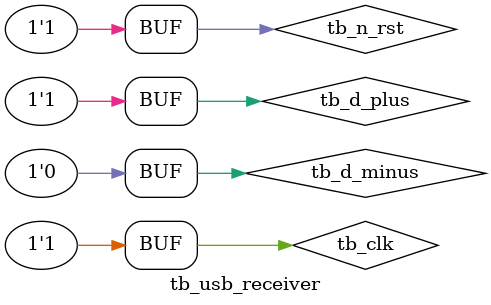
<source format=sv>

`timescale 1ns / 100 ps

module tb_usb_receiver();

//Define parameters.
	//local parameters.
	//localparam NUM_BITS = 2;
	localparam CLOCK_PERIOD = 10.4;
	localparam DELAY = 2;
	localparam DB_PERIOD = 8*CLOCK_PERIOD;
	localparam SLOW_DB_PERIOD = 1.04* DB_PERIOD;

	//Test bench parameters.

	reg tb_clk;
	reg tb_divclk;
	reg tb_n_rst;
	reg tb_d_plus;
	reg tb_d_minus;
	reg tb_r_enable;
	reg [7:0] tb_r_data;
	reg tb_empty;
	reg tb_full;
	reg tb_rcving;
	reg tb_r_error;

	//DUT port mappings.
	usb_receiver DUT
	(
		.clk(tb_clk),
		.n_rst(tb_n_rst),
		.d_plus(tb_d_plus), //input
		.d_minus(tb_d_minus), //input
		.r_enable(tb_r_enable), //input
		.r_data(tb_r_data), //output
		.empty(tb_empty), //output
		.full(tb_full), //output
		.rcving(tb_rcving), //output
		.r_error(tb_r_error) //output
	);
	
	//Clock logic for TB_CLOCK
	always
	begin
		tb_clk = 1'b0;
		# (CLOCK_PERIOD/2.0);
		tb_clk = 1'b1;
		# (CLOCK_PERIOD/2.0);
	end
	
	//CLOCK logic for 8-clock
	/*always
	begin
		tb_divclk = 1'b0;
		# (CLOCK_PERIOD/2.0);
		tb_divclk = 1'b1;
		# (CLOCK_PERIOD/2.0);
	end*/

//Begin test bench process.

initial
begin

	//Initialize tb signals to avoid metastable triggers
	//tb_d_plus = 1'b1;
	//tb_d_minus = 1'b0;
	
	//TEST CASE 1. INCORRECT SYNC.

	//async reset to clear any existing logic
	tb_n_rst = 1'b0;
	#(DELAY)

	//Initialize tb signals to avoid metastable triggers
	tb_d_plus = 1'b1;
	tb_d_minus = 1'b0;

	tb_n_rst = 1'b1;

	//Assert d_edge to go from IDLE -> RCV_SYNC
	//3 clock cycles of IDLE.
	#(DB_PERIOD);
	tb_d_plus = 1; //IDLE
	tb_d_minus = 0;
	#(DB_PERIOD);
	tb_d_plus = 1; //IDLE
	tb_d_minus = 0;
	#(DB_PERIOD);
	tb_d_plus = 1; //IDLE
	tb_d_minus = 0;

	//Start feeding it an incorrect sync byte, d_edge will be asserted and state should move to RCV_SYNC.
	//INCORRECT SYNC BYTE CASE
	#(DB_PERIOD);
	tb_d_plus = 0; //d_orig = 0
	tb_d_minus = 1;
	#(DB_PERIOD);
	tb_d_plus = 1; //0
	tb_d_minus = 0;
	#(DB_PERIOD);
	tb_d_plus = 1;
	tb_d_minus = 0; //1, erroneous sync bit
	#(DB_PERIOD);
	tb_d_plus = 0;
	tb_d_minus = 1; //0
	#(DB_PERIOD);
	tb_d_plus = 1;
	tb_d_minus = 0; //0
	#(DB_PERIOD);
	tb_d_plus = 0;
	tb_d_minus = 1; //0
	#(DB_PERIOD);
	tb_d_plus = 1;
	tb_d_minus = 0; //0
	#(DB_PERIOD);
	tb_d_plus = 0;
	tb_d_minus = 1; //1
	#(DB_PERIOD)

	//Since incorrect sync, RCV_SYNC -> ERROR state.

	//TEST CASE 2. CORRECT SYNC.
	
	//async reset to clear any existing logic
	tb_n_rst = 1'b0;
	#(2*DELAY)
	
	//Initialize tb signals to avoid metastable triggers
	tb_d_plus = 1'b1;
	tb_d_minus = 1'b0;

	tb_n_rst = 1'b1;
	
	//Assert d_edge to go from IDLE -> RCV_SYNC
	//3 clock cycles of IDLE.
	#(DB_PERIOD);
	tb_d_plus = 1; //IDLE
	tb_d_minus = 0;
	#(DB_PERIOD);
	tb_d_plus = 1; //IDLE
	tb_d_minus = 0;
	#(DB_PERIOD);
	tb_d_plus = 1; //IDLE
	tb_d_minus = 0;

	//Start feeding a correct sync byte, d_edge should be asserted and state should move to RCV_SYNC.
	//CORRECT SYNC BYTE CASE
	#(DB_PERIOD);
	tb_d_plus = 0; //d_orig = 0
	tb_d_minus = 1;
	#(DB_PERIOD);
	tb_d_plus = 1; //0
	tb_d_minus = 0;
	#(DB_PERIOD);
	tb_d_plus = 0;
	tb_d_minus = 1; //0
	#(DB_PERIOD);
	tb_d_plus = 1;
	tb_d_minus = 0; //0
	#(DB_PERIOD);
	tb_d_plus = 0;
	tb_d_minus = 1; //0
	#(DB_PERIOD);
	tb_d_plus = 1;
	tb_d_minus = 0; //0
	#(DB_PERIOD);
	tb_d_plus = 0;
	tb_d_minus = 1; //0
	#(DB_PERIOD);
	tb_d_plus = 0;
	tb_d_minus = 1; //1

	//Since correct sync, RCV_SYNC -> BEGIN_RCV state.
	
	//TEST CASE 3. SEND PACKET DATA.
	//We are in BEGIN_RCV state. Keep sending bits of data at rate "DB_PERIOD"
	//Once 8 bits are sent, byte_received will be asserted, and BEGIN_RCV -> SAVE_BYTE.
	//PACKET: 10100111
	#(DB_PERIOD)
	tb_d_plus = 1; //1
	tb_d_minus = 0;
	#(DB_PERIOD)
	tb_d_plus = 1; //2
	tb_d_minus = 0;
	#(DB_PERIOD)
	tb_d_plus = 0; //3
	tb_d_minus = 1;
	#(DB_PERIOD)
	tb_d_plus = 0; //4
	tb_d_minus = 1;
	#(DB_PERIOD)
	tb_d_plus = 1; //5
	tb_d_minus = 0;
	#(DB_PERIOD)
	tb_d_plus = 0; //6
	tb_d_plus = 1;
	#(DB_PERIOD)
	tb_d_plus = 0; //7
	tb_d_plus = 1;
	#(DB_PERIOD)
	tb_d_plus = 0; //8
	tb_d_plus = 1;
	//byte_received asserted. Goes to SAVE_BYTE.

	//SAVE_BYTE -> CHECK_EOP
	#(DB_PERIOD)
	tb_d_plus = 0;
	tb_d_minus = 0;
	
	//D_EDGE -> IDLE
	//assert eop (1st cycle of low data, for EOP); CHECK_EOP -> CHECK_DEDGE
	#(DB_PERIOD)
	tb_d_plus = 0;
	tb_d_minus = 0;
	//keep d_edge = 0 (2nd cycle of low data, for EOP); CHECK_DEDGE -> CHECK_DEDGE2
	#(DB_PERIOD)
	tb_d_plus = 0;
	tb_d_minus = 0;
	//assert d_edge (3rd cycle of high data, for EOP complete); CHECK_DEDGE2 -> IDLE
	tb_d_plus = 1;
	tb_d_minus = 0;

	//Should end up in IDLE.  

end

endmodule

		






















</source>
